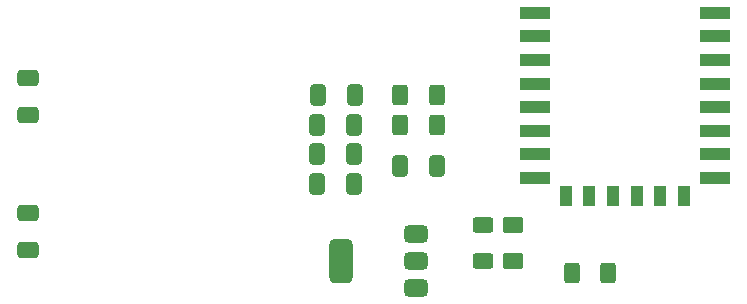
<source format=gbr>
%TF.GenerationSoftware,KiCad,Pcbnew,8.0.1*%
%TF.CreationDate,2024-04-08T22:20:49+02:00*%
%TF.ProjectId,driver,64726976-6572-42e6-9b69-6361645f7063,rev?*%
%TF.SameCoordinates,Original*%
%TF.FileFunction,Paste,Top*%
%TF.FilePolarity,Positive*%
%FSLAX46Y46*%
G04 Gerber Fmt 4.6, Leading zero omitted, Abs format (unit mm)*
G04 Created by KiCad (PCBNEW 8.0.1) date 2024-04-08 22:20:49*
%MOMM*%
%LPD*%
G01*
G04 APERTURE LIST*
G04 Aperture macros list*
%AMRoundRect*
0 Rectangle with rounded corners*
0 $1 Rounding radius*
0 $2 $3 $4 $5 $6 $7 $8 $9 X,Y pos of 4 corners*
0 Add a 4 corners polygon primitive as box body*
4,1,4,$2,$3,$4,$5,$6,$7,$8,$9,$2,$3,0*
0 Add four circle primitives for the rounded corners*
1,1,$1+$1,$2,$3*
1,1,$1+$1,$4,$5*
1,1,$1+$1,$6,$7*
1,1,$1+$1,$8,$9*
0 Add four rect primitives between the rounded corners*
20,1,$1+$1,$2,$3,$4,$5,0*
20,1,$1+$1,$4,$5,$6,$7,0*
20,1,$1+$1,$6,$7,$8,$9,0*
20,1,$1+$1,$8,$9,$2,$3,0*%
G04 Aperture macros list end*
%ADD10RoundRect,0.250000X-0.650000X0.412500X-0.650000X-0.412500X0.650000X-0.412500X0.650000X0.412500X0*%
%ADD11RoundRect,0.250000X0.412500X0.650000X-0.412500X0.650000X-0.412500X-0.650000X0.412500X-0.650000X0*%
%ADD12RoundRect,0.250000X-0.400000X-0.625000X0.400000X-0.625000X0.400000X0.625000X-0.400000X0.625000X0*%
%ADD13RoundRect,0.250000X-0.625000X0.400000X-0.625000X-0.400000X0.625000X-0.400000X0.625000X0.400000X0*%
%ADD14RoundRect,0.250000X0.400000X0.625000X-0.400000X0.625000X-0.400000X-0.625000X0.400000X-0.625000X0*%
%ADD15RoundRect,0.250001X0.624999X-0.462499X0.624999X0.462499X-0.624999X0.462499X-0.624999X-0.462499X0*%
%ADD16RoundRect,0.375000X0.625000X0.375000X-0.625000X0.375000X-0.625000X-0.375000X0.625000X-0.375000X0*%
%ADD17RoundRect,0.500000X0.500000X1.400000X-0.500000X1.400000X-0.500000X-1.400000X0.500000X-1.400000X0*%
%ADD18R,2.500000X1.000000*%
%ADD19R,1.000000X1.800000*%
%ADD20RoundRect,0.250000X-0.412500X-0.650000X0.412500X-0.650000X0.412500X0.650000X-0.412500X0.650000X0*%
G04 APERTURE END LIST*
D10*
%TO.C,C5*%
X71500000Y-56450000D03*
X71500000Y-59575000D03*
%TD*%
D11*
%TO.C,C3*%
X99156250Y-57950000D03*
X96031250Y-57950000D03*
%TD*%
D12*
%TO.C,R4*%
X103000000Y-60450000D03*
X106100000Y-60450000D03*
%TD*%
D13*
%TO.C,R2*%
X110000000Y-68900000D03*
X110000000Y-72000000D03*
%TD*%
D14*
%TO.C,R1*%
X120600000Y-72950000D03*
X117500000Y-72950000D03*
%TD*%
D15*
%TO.C,D1*%
X112500000Y-71937500D03*
X112500000Y-68962500D03*
%TD*%
D16*
%TO.C,U5*%
X104300000Y-74250000D03*
X104300000Y-71950000D03*
D17*
X98000000Y-71950000D03*
D16*
X104300000Y-69650000D03*
%TD*%
D11*
%TO.C,C2*%
X99093750Y-62950000D03*
X95968750Y-62950000D03*
%TD*%
D18*
%TO.C,IC1*%
X114400000Y-50950000D03*
X114400000Y-52950000D03*
X114400000Y-54950000D03*
X114400000Y-56950000D03*
X114400000Y-58950000D03*
X114400000Y-60950000D03*
X114400000Y-62950000D03*
X114400000Y-64950000D03*
D19*
X117000000Y-66450000D03*
X119000000Y-66450000D03*
X121000000Y-66450000D03*
X123000000Y-66450000D03*
X125000000Y-66450000D03*
X127000000Y-66450000D03*
D18*
X129600000Y-64950000D03*
X129600000Y-62950000D03*
X129600000Y-60950000D03*
X129600000Y-58950000D03*
X129600000Y-56950000D03*
X129600000Y-54950000D03*
X129600000Y-52950000D03*
X129600000Y-50950000D03*
%TD*%
D10*
%TO.C,C6*%
X71500000Y-67950000D03*
X71500000Y-71075000D03*
%TD*%
D11*
%TO.C,C7*%
X106062500Y-63950000D03*
X102937500Y-63950000D03*
%TD*%
D20*
%TO.C,C1*%
X95968750Y-60450000D03*
X99093750Y-60450000D03*
%TD*%
D12*
%TO.C,R3*%
X103000000Y-57950000D03*
X106100000Y-57950000D03*
%TD*%
D20*
%TO.C,C4*%
X95968750Y-65450000D03*
X99093750Y-65450000D03*
%TD*%
M02*

</source>
